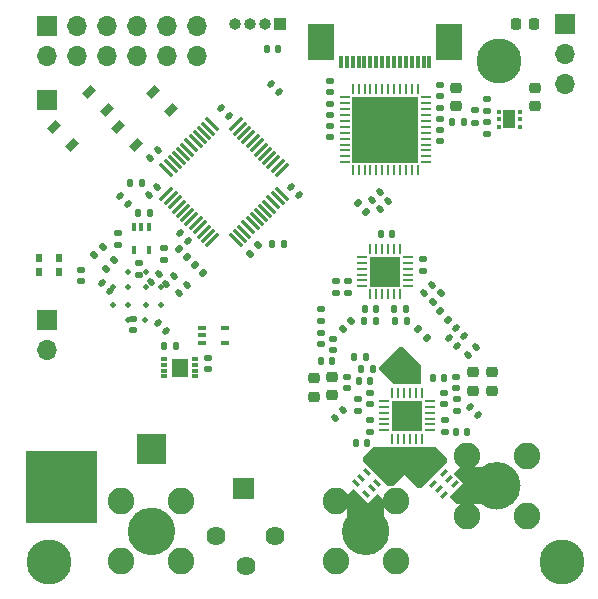
<source format=gbr>
%TF.GenerationSoftware,KiCad,Pcbnew,(6.0.4)*%
%TF.CreationDate,2023-05-30T00:17:30+09:00*%
%TF.ProjectId,RFB,5246422e-6b69-4636-9164-5f7063625858,rev?*%
%TF.SameCoordinates,Original*%
%TF.FileFunction,Soldermask,Top*%
%TF.FilePolarity,Negative*%
%FSLAX46Y46*%
G04 Gerber Fmt 4.6, Leading zero omitted, Abs format (unit mm)*
G04 Created by KiCad (PCBNEW (6.0.4)) date 2023-05-30 00:17:30*
%MOMM*%
%LPD*%
G01*
G04 APERTURE LIST*
G04 Aperture macros list*
%AMRoundRect*
0 Rectangle with rounded corners*
0 $1 Rounding radius*
0 $2 $3 $4 $5 $6 $7 $8 $9 X,Y pos of 4 corners*
0 Add a 4 corners polygon primitive as box body*
4,1,4,$2,$3,$4,$5,$6,$7,$8,$9,$2,$3,0*
0 Add four circle primitives for the rounded corners*
1,1,$1+$1,$2,$3*
1,1,$1+$1,$4,$5*
1,1,$1+$1,$6,$7*
1,1,$1+$1,$8,$9*
0 Add four rect primitives between the rounded corners*
20,1,$1+$1,$2,$3,$4,$5,0*
20,1,$1+$1,$4,$5,$6,$7,0*
20,1,$1+$1,$6,$7,$8,$9,0*
20,1,$1+$1,$8,$9,$2,$3,0*%
%AMRotRect*
0 Rectangle, with rotation*
0 The origin of the aperture is its center*
0 $1 length*
0 $2 width*
0 $3 Rotation angle, in degrees counterclockwise*
0 Add horizontal line*
21,1,$1,$2,0,0,$3*%
G04 Aperture macros list end*
%ADD10C,0.000000*%
%ADD11C,2.000000*%
%ADD12C,1.999999*%
%ADD13R,1.700000X1.700000*%
%ADD14RotRect,1.050000X0.650000X225.000000*%
%ADD15RotRect,1.050000X0.650000X45.000000*%
%ADD16RoundRect,0.140000X-0.170000X0.140000X-0.170000X-0.140000X0.170000X-0.140000X0.170000X0.140000X0*%
%ADD17RoundRect,0.075000X0.415425X-0.521491X0.521491X-0.415425X-0.415425X0.521491X-0.521491X0.415425X0*%
%ADD18RoundRect,0.075000X-0.415425X-0.521491X0.521491X0.415425X0.415425X0.521491X-0.521491X-0.415425X0*%
%ADD19O,1.700000X1.700000*%
%ADD20C,2.250000*%
%ADD21C,2.050000*%
%ADD22R,0.600000X0.750000*%
%ADD23RoundRect,0.135000X0.135000X0.185000X-0.135000X0.185000X-0.135000X-0.185000X0.135000X-0.185000X0*%
%ADD24RoundRect,0.140000X-0.140000X-0.170000X0.140000X-0.170000X0.140000X0.170000X-0.140000X0.170000X0*%
%ADD25RoundRect,0.140000X-0.021213X0.219203X-0.219203X0.021213X0.021213X-0.219203X0.219203X-0.021213X0*%
%ADD26C,3.800000*%
%ADD27C,2.600000*%
%ADD28RoundRect,0.140000X0.140000X0.170000X-0.140000X0.170000X-0.140000X-0.170000X0.140000X-0.170000X0*%
%ADD29RoundRect,0.135000X-0.185000X0.135000X-0.185000X-0.135000X0.185000X-0.135000X0.185000X0.135000X0*%
%ADD30RoundRect,0.135000X-0.226274X-0.035355X-0.035355X-0.226274X0.226274X0.035355X0.035355X0.226274X0*%
%ADD31RoundRect,0.135000X0.185000X-0.135000X0.185000X0.135000X-0.185000X0.135000X-0.185000X-0.135000X0*%
%ADD32RoundRect,0.135000X-0.035355X0.226274X-0.226274X0.035355X0.035355X-0.226274X0.226274X-0.035355X0*%
%ADD33RoundRect,0.135000X0.035355X-0.226274X0.226274X-0.035355X-0.035355X0.226274X-0.226274X0.035355X0*%
%ADD34RoundRect,0.135000X0.226274X0.035355X0.035355X0.226274X-0.226274X-0.035355X-0.035355X-0.226274X0*%
%ADD35RoundRect,0.087500X-0.175000X-0.087500X0.175000X-0.087500X0.175000X0.087500X-0.175000X0.087500X0*%
%ADD36R,1.400000X1.600000*%
%ADD37RoundRect,0.225000X0.225000X0.250000X-0.225000X0.250000X-0.225000X-0.250000X0.225000X-0.250000X0*%
%ADD38RoundRect,0.135000X-0.135000X-0.185000X0.135000X-0.185000X0.135000X0.185000X-0.135000X0.185000X0*%
%ADD39R,0.650000X0.400000*%
%ADD40RoundRect,0.140000X0.170000X-0.140000X0.170000X0.140000X-0.170000X0.140000X-0.170000X-0.140000X0*%
%ADD41RoundRect,0.140000X0.219203X0.021213X0.021213X0.219203X-0.219203X-0.021213X-0.021213X-0.219203X0*%
%ADD42RoundRect,0.140000X-0.219203X-0.021213X-0.021213X-0.219203X0.219203X0.021213X0.021213X0.219203X0*%
%ADD43RoundRect,0.140000X0.021213X-0.219203X0.219203X-0.021213X-0.021213X0.219203X-0.219203X0.021213X0*%
%ADD44RoundRect,0.093750X-0.093750X-0.106250X0.093750X-0.106250X0.093750X0.106250X-0.093750X0.106250X0*%
%ADD45R,1.000000X1.600000*%
%ADD46RoundRect,0.218750X0.256250X-0.218750X0.256250X0.218750X-0.256250X0.218750X-0.256250X-0.218750X0*%
%ADD47RotRect,0.350000X0.700000X135.000000*%
%ADD48RoundRect,0.225000X0.250000X-0.225000X0.250000X0.225000X-0.250000X0.225000X-0.250000X-0.225000X0*%
%ADD49RoundRect,0.062500X0.375000X0.062500X-0.375000X0.062500X-0.375000X-0.062500X0.375000X-0.062500X0*%
%ADD50RoundRect,0.062500X0.062500X0.375000X-0.062500X0.375000X-0.062500X-0.375000X0.062500X-0.375000X0*%
%ADD51R,2.500000X2.500000*%
%ADD52RoundRect,0.062500X0.062500X-0.375000X0.062500X0.375000X-0.062500X0.375000X-0.062500X-0.375000X0*%
%ADD53RoundRect,0.062500X0.375000X-0.062500X0.375000X0.062500X-0.375000X0.062500X-0.375000X-0.062500X0*%
%ADD54RoundRect,0.147500X0.226274X0.017678X0.017678X0.226274X-0.226274X-0.017678X-0.017678X-0.226274X0*%
%ADD55C,1.620000*%
%ADD56R,0.400000X0.650000*%
%ADD57RoundRect,0.062500X-0.375000X-0.062500X0.375000X-0.062500X0.375000X0.062500X-0.375000X0.062500X0*%
%ADD58RoundRect,0.062500X-0.062500X-0.375000X0.062500X-0.375000X0.062500X0.375000X-0.062500X0.375000X0*%
%ADD59R,5.600000X5.600000*%
%ADD60RotRect,0.350000X0.700000X45.000000*%
%ADD61O,1.000000X1.000000*%
%ADD62R,1.000000X1.000000*%
%ADD63R,2.300000X3.100000*%
%ADD64R,0.300000X1.100000*%
%ADD65C,0.500000*%
G04 APERTURE END LIST*
D10*
G36*
X73177400Y-98831400D02*
G01*
X69824600Y-98831400D01*
X69189600Y-98196400D01*
X70358000Y-97028000D01*
X69596000Y-96266000D01*
X70104000Y-95732600D01*
X73177400Y-95732600D01*
X73177400Y-98831400D01*
G37*
G36*
X62255400Y-98729800D02*
G01*
X63042800Y-97942400D01*
X63627000Y-98526600D01*
X63627000Y-101142800D01*
X60528200Y-101142800D01*
X60528200Y-98069400D01*
X61061600Y-97536000D01*
X62255400Y-98729800D01*
G37*
D11*
X74177400Y-97282000D02*
G75*
G03*
X74177400Y-97282000I-1000000J0D01*
G01*
X63077600Y-101142800D02*
G75*
G03*
X63077600Y-101142800I-1000000J0D01*
G01*
G36*
X33324800Y-94361000D02*
G01*
X39370000Y-94361000D01*
X39370000Y-100406200D01*
X33324800Y-100406200D01*
X33324800Y-94361000D01*
G37*
D10*
G36*
X65532000Y-96189800D02*
G01*
X64389000Y-97332800D01*
X63982600Y-97332800D01*
X61849000Y-95199200D01*
X61849000Y-94843600D01*
X62712600Y-93980000D01*
X65532000Y-93980000D01*
X65532000Y-96189800D01*
G37*
G36*
X42697400Y-92938600D02*
G01*
X45186600Y-92938600D01*
X45186600Y-95427800D01*
X42697400Y-95427800D01*
X42697400Y-92938600D01*
G37*
G36*
X66725800Y-87045800D02*
G01*
X66725800Y-88696800D01*
X64465200Y-88696800D01*
X63220600Y-87452200D01*
X63220600Y-87198200D01*
X64922400Y-85496400D01*
X65176400Y-85496400D01*
X66725800Y-87045800D01*
G37*
G36*
X50825400Y-96621600D02*
G01*
X52603400Y-96621600D01*
X52603400Y-98399600D01*
X50825400Y-98399600D01*
X50825400Y-96621600D01*
G37*
D12*
X44941999Y-101142800D02*
G75*
G03*
X44941999Y-101142800I-999999J0D01*
G01*
D10*
G36*
X68986400Y-94894400D02*
G01*
X68986400Y-95300800D01*
X66852800Y-97434400D01*
X66497200Y-97434400D01*
X65176400Y-96164400D01*
X65176400Y-93980000D01*
X68072000Y-93980000D01*
X68986400Y-94894400D01*
G37*
G36*
X73177400Y-98831400D02*
G01*
X69824600Y-98831400D01*
X69189600Y-98196400D01*
X70358000Y-97028000D01*
X69596000Y-96266000D01*
X70104000Y-95732600D01*
X73177400Y-95732600D01*
X73177400Y-98831400D01*
G37*
G36*
X62255400Y-98729800D02*
G01*
X63042800Y-97942400D01*
X63627000Y-98526600D01*
X63627000Y-101142800D01*
X60528200Y-101142800D01*
X60528200Y-98069400D01*
X61061600Y-97536000D01*
X62255400Y-98729800D01*
G37*
D11*
X74177400Y-97282000D02*
G75*
G03*
X74177400Y-97282000I-1000000J0D01*
G01*
X63077600Y-101142800D02*
G75*
G03*
X63077600Y-101142800I-1000000J0D01*
G01*
G36*
X33324800Y-94361000D02*
G01*
X39370000Y-94361000D01*
X39370000Y-100406200D01*
X33324800Y-100406200D01*
X33324800Y-94361000D01*
G37*
D10*
G36*
X65532000Y-96189800D02*
G01*
X64389000Y-97332800D01*
X63982600Y-97332800D01*
X61849000Y-95199200D01*
X61849000Y-94843600D01*
X62712600Y-93980000D01*
X65532000Y-93980000D01*
X65532000Y-96189800D01*
G37*
G36*
X42697400Y-92938600D02*
G01*
X45186600Y-92938600D01*
X45186600Y-95427800D01*
X42697400Y-95427800D01*
X42697400Y-92938600D01*
G37*
G36*
X66725800Y-87045800D02*
G01*
X66725800Y-88696800D01*
X64465200Y-88696800D01*
X63220600Y-87452200D01*
X63220600Y-87198200D01*
X64922400Y-85496400D01*
X65176400Y-85496400D01*
X66725800Y-87045800D01*
G37*
G36*
X50825400Y-96621600D02*
G01*
X52603400Y-96621600D01*
X52603400Y-98399600D01*
X50825400Y-98399600D01*
X50825400Y-96621600D01*
G37*
D12*
X44941999Y-101142800D02*
G75*
G03*
X44941999Y-101142800I-999999J0D01*
G01*
D10*
G36*
X68986400Y-94894400D02*
G01*
X68986400Y-95300800D01*
X66852800Y-97434400D01*
X66497200Y-97434400D01*
X65176400Y-96164400D01*
X65176400Y-93980000D01*
X68072000Y-93980000D01*
X68986400Y-94894400D01*
G37*
D13*
%TO.C,J8*%
X35077400Y-64592200D03*
%TD*%
D14*
%TO.C,SW2*%
X38629307Y-63939614D03*
X35694814Y-66874107D03*
X37215093Y-68394386D03*
X40149586Y-65459893D03*
%TD*%
D15*
%TO.C,SW1*%
X41105014Y-66874107D03*
X44039507Y-63939614D03*
X45559786Y-65459893D03*
X42625293Y-68394386D03*
%TD*%
D16*
%TO.C,C129*%
X48691800Y-87424200D03*
X48691800Y-86464200D03*
%TD*%
D17*
%TO.C,U11*%
X45200924Y-70578412D03*
X45554478Y-70224858D03*
X45908031Y-69871305D03*
X46261585Y-69517751D03*
X46615138Y-69164198D03*
X46968691Y-68810645D03*
X47322245Y-68457091D03*
X47675798Y-68103538D03*
X48029351Y-67749985D03*
X48382905Y-67396431D03*
X48736458Y-67042878D03*
X49090012Y-66689324D03*
D18*
X51087588Y-66689324D03*
X51441142Y-67042878D03*
X51794695Y-67396431D03*
X52148249Y-67749985D03*
X52501802Y-68103538D03*
X52855355Y-68457091D03*
X53208909Y-68810645D03*
X53562462Y-69164198D03*
X53916015Y-69517751D03*
X54269569Y-69871305D03*
X54623122Y-70224858D03*
X54976676Y-70578412D03*
D17*
X54976676Y-72575988D03*
X54623122Y-72929542D03*
X54269569Y-73283095D03*
X53916015Y-73636649D03*
X53562462Y-73990202D03*
X53208909Y-74343755D03*
X52855355Y-74697309D03*
X52501802Y-75050862D03*
X52148249Y-75404415D03*
X51794695Y-75757969D03*
X51441142Y-76111522D03*
X51087588Y-76465076D03*
D18*
X49090012Y-76465076D03*
X48736458Y-76111522D03*
X48382905Y-75757969D03*
X48029351Y-75404415D03*
X47675798Y-75050862D03*
X47322245Y-74697309D03*
X46968691Y-74343755D03*
X46615138Y-73990202D03*
X46261585Y-73636649D03*
X45908031Y-73283095D03*
X45554478Y-72929542D03*
X45200924Y-72575988D03*
%TD*%
D19*
%TO.C,J7*%
X47828200Y-60909200D03*
X47828200Y-58369200D03*
X45288200Y-60909200D03*
X45288200Y-58369200D03*
X42748200Y-60909200D03*
X42748200Y-58369200D03*
X40208200Y-60909200D03*
X40208200Y-58369200D03*
X37668200Y-60909200D03*
X37668200Y-58369200D03*
X35128200Y-60909200D03*
D13*
X35128200Y-58369200D03*
%TD*%
D20*
%TO.C,J1*%
X70637400Y-99822000D03*
X75717400Y-94742000D03*
X75717400Y-99822000D03*
X70637400Y-94742000D03*
D21*
X73177400Y-97282000D03*
%TD*%
D22*
%TO.C,U1*%
X34442400Y-78028800D03*
X36092400Y-78028800D03*
X36092400Y-79158800D03*
X34442400Y-79158800D03*
%TD*%
D23*
%TO.C,R9*%
X42797000Y-74168000D03*
X43817000Y-74168000D03*
%TD*%
D24*
%TO.C,C74*%
X62227400Y-93700600D03*
X61267400Y-93700600D03*
%TD*%
D25*
%TO.C,C31*%
X43898178Y-80019211D03*
X44577000Y-79340389D03*
%TD*%
D26*
%TO.C,H1*%
X78663800Y-103759000D03*
D27*
X78663800Y-103759000D03*
%TD*%
D28*
%TO.C,C65*%
X67785100Y-88188800D03*
X68745100Y-88188800D03*
%TD*%
D16*
%TO.C,C12*%
X72374700Y-65527400D03*
X72374700Y-64567400D03*
%TD*%
%TO.C,C57*%
X60579000Y-80921800D03*
X60579000Y-79961800D03*
%TD*%
D29*
%TO.C,R6*%
X45034200Y-78183200D03*
X45034200Y-77163200D03*
%TD*%
D16*
%TO.C,C35*%
X59055000Y-63980000D03*
X59055000Y-63020000D03*
%TD*%
%TO.C,C36*%
X59055000Y-65885000D03*
X59055000Y-64925000D03*
%TD*%
D25*
%TO.C,C61*%
X62906589Y-95411611D03*
X63585411Y-94732789D03*
%TD*%
D16*
%TO.C,C72*%
X60528200Y-89024400D03*
X60528200Y-88064400D03*
%TD*%
D30*
%TO.C,R53*%
X48341224Y-79303824D03*
X47619976Y-78582576D03*
%TD*%
D31*
%TO.C,R71*%
X72374700Y-66465800D03*
X72374700Y-67485800D03*
%TD*%
D32*
%TO.C,R62*%
X39085576Y-77754424D03*
X39806824Y-77033176D03*
%TD*%
D19*
%TO.C,J9*%
X35128200Y-85770800D03*
D13*
X35128200Y-83230800D03*
%TD*%
D33*
%TO.C,R12*%
X60838024Y-83306976D03*
X60116776Y-84028224D03*
%TD*%
D16*
%TO.C,C15*%
X42341800Y-84096800D03*
X42341800Y-83136800D03*
%TD*%
D26*
%TO.C,H2*%
X73329800Y-61290200D03*
D27*
X73329800Y-61290200D03*
%TD*%
D34*
%TO.C,R11*%
X61424876Y-73350176D03*
X62146124Y-74071424D03*
%TD*%
D35*
%TO.C,U22*%
X45042100Y-86524400D03*
X45042100Y-87024400D03*
X45042100Y-87524400D03*
X45042100Y-88024400D03*
X47617100Y-88024400D03*
X47617100Y-87524400D03*
X47617100Y-87024400D03*
X47617100Y-86524400D03*
D36*
X46329600Y-87274400D03*
%TD*%
D37*
%TO.C,C33*%
X74815400Y-58216800D03*
X76365400Y-58216800D03*
%TD*%
D38*
%TO.C,R39*%
X55196200Y-76809600D03*
X54176200Y-76809600D03*
%TD*%
D23*
%TO.C,R25*%
X61085000Y-86410800D03*
X62105000Y-86410800D03*
%TD*%
D25*
%TO.C,C40*%
X62614489Y-73059611D03*
X63293311Y-72380789D03*
%TD*%
D39*
%TO.C,U12*%
X50149800Y-83881200D03*
X50149800Y-85181200D03*
X48249800Y-85181200D03*
X48249800Y-84531200D03*
X48249800Y-83881200D03*
%TD*%
D40*
%TO.C,C44*%
X68409800Y-67170900D03*
X68409800Y-68130900D03*
%TD*%
D24*
%TO.C,C56*%
X62964000Y-82296000D03*
X62004000Y-82296000D03*
%TD*%
%TO.C,C143*%
X45996800Y-85471000D03*
X45036800Y-85471000D03*
%TD*%
D41*
%TO.C,C54*%
X69739189Y-83886989D03*
X70418011Y-84565811D03*
%TD*%
D42*
%TO.C,C6*%
X41265789Y-72736389D03*
X41944611Y-73415211D03*
%TD*%
D16*
%TO.C,C45*%
X68409800Y-64320900D03*
X68409800Y-63360900D03*
%TD*%
D34*
%TO.C,R14*%
X68346376Y-82494176D03*
X69067624Y-83215424D03*
%TD*%
D42*
%TO.C,C101*%
X46999211Y-76539411D03*
X46320389Y-75860589D03*
%TD*%
D33*
%TO.C,R40*%
X52964024Y-76931576D03*
X52242776Y-77652824D03*
%TD*%
D25*
%TO.C,C41*%
X63274889Y-73821611D03*
X63953711Y-73142789D03*
%TD*%
D31*
%TO.C,R70*%
X71358700Y-65504600D03*
X71358700Y-66524600D03*
%TD*%
D24*
%TO.C,C2*%
X42141200Y-71653400D03*
X43101200Y-71653400D03*
%TD*%
D43*
%TO.C,C58*%
X67725611Y-80305589D03*
X67046789Y-80984411D03*
%TD*%
D28*
%TO.C,C50*%
X58270200Y-86741000D03*
X59230200Y-86741000D03*
%TD*%
D24*
%TO.C,C47*%
X64310200Y-75971400D03*
X63350200Y-75971400D03*
%TD*%
D40*
%TO.C,C16*%
X42849800Y-79397800D03*
X42849800Y-78437800D03*
%TD*%
D24*
%TO.C,C75*%
X65453200Y-82296000D03*
X64493200Y-82296000D03*
%TD*%
D44*
%TO.C,IC9*%
X73368300Y-65606200D03*
X73368300Y-66256200D03*
X73368300Y-66906200D03*
X75143300Y-66906200D03*
X75143300Y-66256200D03*
X75143300Y-65606200D03*
D45*
X74255800Y-66256200D03*
%TD*%
D25*
%TO.C,C10*%
X59477589Y-91550811D03*
X60156411Y-90871989D03*
%TD*%
D16*
%TO.C,C66*%
X62433200Y-90377200D03*
X62433200Y-89417200D03*
%TD*%
D28*
%TO.C,C71*%
X69725600Y-92735400D03*
X70685600Y-92735400D03*
%TD*%
D46*
%TO.C,L3*%
X72745600Y-87655300D03*
X72745600Y-89230300D03*
%TD*%
%TO.C,L2*%
X57708800Y-88163300D03*
X57708800Y-89738300D03*
%TD*%
D41*
%TO.C,C55*%
X69104189Y-84750589D03*
X69783011Y-85429411D03*
%TD*%
D47*
%TO.C,FL2*%
X68724678Y-98031161D03*
X68265058Y-97571542D03*
X67805439Y-97111922D03*
X68689322Y-96228039D03*
X69148942Y-96687658D03*
X69608561Y-97147278D03*
%TD*%
D42*
%TO.C,C64*%
X64978679Y-87967421D03*
X64299857Y-87288599D03*
%TD*%
D29*
%TO.C,R28*%
X69773800Y-90959400D03*
X69773800Y-89939400D03*
%TD*%
D41*
%TO.C,C63*%
X65018278Y-86570178D03*
X65697100Y-87249000D03*
%TD*%
D46*
%TO.C,L1*%
X59258200Y-88036300D03*
X59258200Y-89611300D03*
%TD*%
D48*
%TO.C,C120*%
X76377800Y-63614000D03*
X76377800Y-65164000D03*
%TD*%
D42*
%TO.C,C95*%
X56406422Y-72662422D03*
X55727600Y-71983600D03*
%TD*%
D38*
%TO.C,R19*%
X65559400Y-83312000D03*
X64539400Y-83312000D03*
%TD*%
D41*
%TO.C,C60*%
X67275389Y-94783589D03*
X67954211Y-95462411D03*
%TD*%
D43*
%TO.C,C62*%
X64474411Y-95621789D03*
X63795589Y-96300611D03*
%TD*%
D49*
%TO.C,U8*%
X67531600Y-92592400D03*
X67531600Y-92092400D03*
X67531600Y-91592400D03*
X67531600Y-91092400D03*
X67531600Y-90592400D03*
X67531600Y-90092400D03*
D50*
X66844100Y-89404900D03*
X66344100Y-89404900D03*
X65844100Y-89404900D03*
X65344100Y-89404900D03*
X64844100Y-89404900D03*
X64344100Y-89404900D03*
D49*
X63656600Y-90092400D03*
X63656600Y-90592400D03*
X63656600Y-91092400D03*
X63656600Y-91592400D03*
X63656600Y-92092400D03*
X63656600Y-92592400D03*
D50*
X64344100Y-93279900D03*
X64844100Y-93279900D03*
X65344100Y-93279900D03*
X65844100Y-93279900D03*
X66344100Y-93279900D03*
X66844100Y-93279900D03*
D51*
X65594100Y-91342400D03*
%TD*%
D32*
%TO.C,R8*%
X40050776Y-78922824D03*
X40772024Y-78201576D03*
%TD*%
D38*
%TO.C,R24*%
X62689200Y-87426800D03*
X61669200Y-87426800D03*
%TD*%
D52*
%TO.C,U3*%
X62478600Y-81083900D03*
X62978600Y-81083900D03*
X63478600Y-81083900D03*
X63978600Y-81083900D03*
X64478600Y-81083900D03*
X64978600Y-81083900D03*
D53*
X65666100Y-80396400D03*
X65666100Y-79896400D03*
X65666100Y-79396400D03*
X65666100Y-78896400D03*
X65666100Y-78396400D03*
X65666100Y-77896400D03*
D52*
X64978600Y-77208900D03*
X64478600Y-77208900D03*
X63978600Y-77208900D03*
X63478600Y-77208900D03*
X62978600Y-77208900D03*
X62478600Y-77208900D03*
D53*
X61791100Y-77896400D03*
X61791100Y-78396400D03*
X61791100Y-78896400D03*
X61791100Y-79396400D03*
X61791100Y-79896400D03*
X61791100Y-80396400D03*
D51*
X63728600Y-79146400D03*
%TD*%
D19*
%TO.C,J6*%
X78994000Y-63296800D03*
X78994000Y-60756800D03*
D13*
X78994000Y-58216800D03*
%TD*%
D43*
%TO.C,C14*%
X45847000Y-79527400D03*
X45168178Y-80206222D03*
%TD*%
D54*
%TO.C,D1*%
X46240653Y-77203253D03*
X46926547Y-77889147D03*
%TD*%
D43*
%TO.C,C94*%
X44500800Y-68884800D03*
X43821978Y-69563622D03*
%TD*%
D20*
%TO.C,J3*%
X41402000Y-98605400D03*
X46482000Y-103685400D03*
X46482000Y-98605400D03*
X41402000Y-103685400D03*
D21*
X43942000Y-101145400D03*
%TD*%
D31*
%TO.C,R13*%
X58293000Y-82344800D03*
X58293000Y-83364800D03*
%TD*%
D55*
%TO.C,RV1*%
X54406800Y-101574600D03*
X51906800Y-104074600D03*
X49406800Y-101574600D03*
%TD*%
D41*
%TO.C,C18*%
X39783378Y-80143978D03*
X40462200Y-80822800D03*
%TD*%
D25*
%TO.C,C51*%
X70704389Y-86242211D03*
X71383211Y-85563389D03*
%TD*%
D46*
%TO.C,L4*%
X71196200Y-87655300D03*
X71196200Y-89230300D03*
%TD*%
D24*
%TO.C,C130*%
X70368100Y-66446400D03*
X69408100Y-66446400D03*
%TD*%
D29*
%TO.C,R17*%
X59563000Y-80951800D03*
X59563000Y-79931800D03*
%TD*%
D41*
%TO.C,C100*%
X49850989Y-65268789D03*
X50529811Y-65947611D03*
%TD*%
D40*
%TO.C,C53*%
X58293000Y-84305200D03*
X58293000Y-85265200D03*
%TD*%
D56*
%TO.C,U5*%
X43728400Y-77277000D03*
X42428400Y-77277000D03*
X42428400Y-75377000D03*
X43078400Y-75377000D03*
X43728400Y-75377000D03*
%TD*%
D16*
%TO.C,C37*%
X59055000Y-67790000D03*
X59055000Y-66830000D03*
%TD*%
D40*
%TO.C,C80*%
X37947600Y-78996600D03*
X37947600Y-79956600D03*
%TD*%
D28*
%TO.C,C67*%
X61496000Y-88442800D03*
X62456000Y-88442800D03*
%TD*%
D48*
%TO.C,C139*%
X69684900Y-63614000D03*
X69684900Y-65164000D03*
%TD*%
D57*
%TO.C,IC3*%
X60298700Y-64392900D03*
X60298700Y-64892900D03*
X60298700Y-65392900D03*
X60298700Y-65892900D03*
X60298700Y-66392900D03*
X60298700Y-66892900D03*
X60298700Y-67392900D03*
X60298700Y-67892900D03*
X60298700Y-68392900D03*
X60298700Y-68892900D03*
X60298700Y-69392900D03*
X60298700Y-69892900D03*
D58*
X60986200Y-70580400D03*
X61486200Y-70580400D03*
X61986200Y-70580400D03*
X62486200Y-70580400D03*
X62986200Y-70580400D03*
X63486200Y-70580400D03*
X63986200Y-70580400D03*
X64486200Y-70580400D03*
X64986200Y-70580400D03*
X65486200Y-70580400D03*
X65986200Y-70580400D03*
X66486200Y-70580400D03*
D57*
X67173700Y-69892900D03*
X67173700Y-69392900D03*
X67173700Y-68892900D03*
X67173700Y-68392900D03*
X67173700Y-67892900D03*
X67173700Y-67392900D03*
X67173700Y-66892900D03*
X67173700Y-66392900D03*
X67173700Y-65892900D03*
X67173700Y-65392900D03*
X67173700Y-64892900D03*
X67173700Y-64392900D03*
D58*
X66486200Y-63705400D03*
X65986200Y-63705400D03*
X65486200Y-63705400D03*
X64986200Y-63705400D03*
X64486200Y-63705400D03*
X63986200Y-63705400D03*
X63486200Y-63705400D03*
X62986200Y-63705400D03*
X62486200Y-63705400D03*
X61986200Y-63705400D03*
X61486200Y-63705400D03*
X60986200Y-63705400D03*
D59*
X63736200Y-67142900D03*
%TD*%
D42*
%TO.C,C91*%
X54771611Y-63941011D03*
X54092789Y-63262189D03*
%TD*%
D28*
%TO.C,C92*%
X53698200Y-60274200D03*
X54658200Y-60274200D03*
%TD*%
D29*
%TO.C,R27*%
X62407800Y-92737400D03*
X62407800Y-91717400D03*
%TD*%
D16*
%TO.C,C46*%
X68409800Y-66223300D03*
X68409800Y-65263300D03*
%TD*%
D29*
%TO.C,R29*%
X61391800Y-90959400D03*
X61391800Y-89939400D03*
%TD*%
D40*
%TO.C,C52*%
X59309000Y-84813200D03*
X59309000Y-85773200D03*
%TD*%
D42*
%TO.C,C59*%
X67065211Y-96351411D03*
X66386389Y-95672589D03*
%TD*%
D16*
%TO.C,C73*%
X69748400Y-88999000D03*
X69748400Y-88039000D03*
%TD*%
D29*
%TO.C,R10*%
X41097200Y-76936600D03*
X41097200Y-75916600D03*
%TD*%
D38*
%TO.C,R16*%
X62968600Y-83312000D03*
X61948600Y-83312000D03*
%TD*%
D25*
%TO.C,C93*%
X43771178Y-72637022D03*
X44450000Y-71958200D03*
%TD*%
D60*
%TO.C,FL3*%
X61252239Y-97071078D03*
X61711858Y-96611458D03*
X62171478Y-96151839D03*
X63055361Y-97035722D03*
X62595742Y-97495342D03*
X62136122Y-97954961D03*
%TD*%
D16*
%TO.C,C68*%
X68743700Y-90377200D03*
X68743700Y-89417200D03*
%TD*%
D27*
%TO.C,H3*%
X35306000Y-103733600D03*
D26*
X35306000Y-103733600D03*
%TD*%
D41*
%TO.C,C48*%
X70932989Y-90617989D03*
X71611811Y-91296811D03*
%TD*%
D33*
%TO.C,R18*%
X68458024Y-80995576D03*
X67736776Y-81716824D03*
%TD*%
D61*
%TO.C,J5*%
X51003200Y-58166000D03*
X52273200Y-58166000D03*
X53543200Y-58166000D03*
D62*
X54813200Y-58166000D03*
%TD*%
D29*
%TO.C,R26*%
X68757800Y-92737400D03*
X68757800Y-91717400D03*
%TD*%
D63*
%TO.C,J4*%
X69148600Y-59695600D03*
X58308600Y-59695600D03*
D64*
X59978600Y-61395600D03*
X60478600Y-61395600D03*
X60978600Y-61395600D03*
X61478600Y-61395600D03*
X61978600Y-61395600D03*
X62478600Y-61395600D03*
X62978600Y-61395600D03*
X63478600Y-61395600D03*
X63978600Y-61395600D03*
X64478600Y-61395600D03*
X64978600Y-61395600D03*
X65478600Y-61395600D03*
X65978600Y-61395600D03*
X66478600Y-61395600D03*
X66978600Y-61395600D03*
X67478600Y-61395600D03*
%TD*%
D34*
%TO.C,R15*%
X66542976Y-84043576D03*
X67264224Y-84764824D03*
%TD*%
D20*
%TO.C,J2*%
X64617600Y-98602800D03*
X59537600Y-98602800D03*
X59537600Y-103682800D03*
X64617600Y-103682800D03*
D21*
X62077600Y-101142800D03*
%TD*%
D42*
%TO.C,C13*%
X44456978Y-83522178D03*
X45135800Y-84201000D03*
%TD*%
D25*
%TO.C,C17*%
X46269589Y-80959011D03*
X46948411Y-80280189D03*
%TD*%
D65*
%TO.C,U4*%
X40722800Y-81933800D03*
X41992800Y-79203800D03*
X44722800Y-80473800D03*
X41992800Y-81933800D03*
X43452800Y-81933800D03*
X44722800Y-81933800D03*
X41992800Y-80473800D03*
X43452800Y-80473800D03*
X41992800Y-83203800D03*
X40722800Y-80473800D03*
X43452800Y-79203800D03*
X43422800Y-83203800D03*
%TD*%
D40*
%TO.C,C76*%
X66903600Y-78110200D03*
X66903600Y-79070200D03*
%TD*%
M02*

</source>
